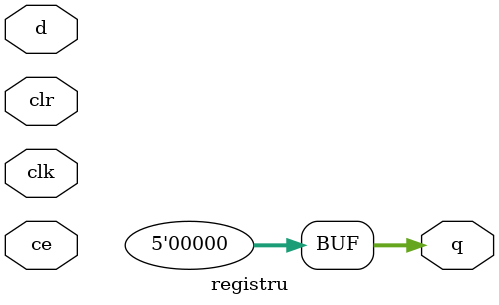
<source format=v>
`timescale 1ns / 1ps


module registru(d, ce, clr, clk, q);
    input ce, clr, clk;
    input [4:0] d;
    output [4:0] q;
    reg [4:0] q;
    always @ (clr)
     q <= 0;
    always @ (posedge clk)
    begin
     if (ce)
     q <= d;
    end   
endmodule

</source>
